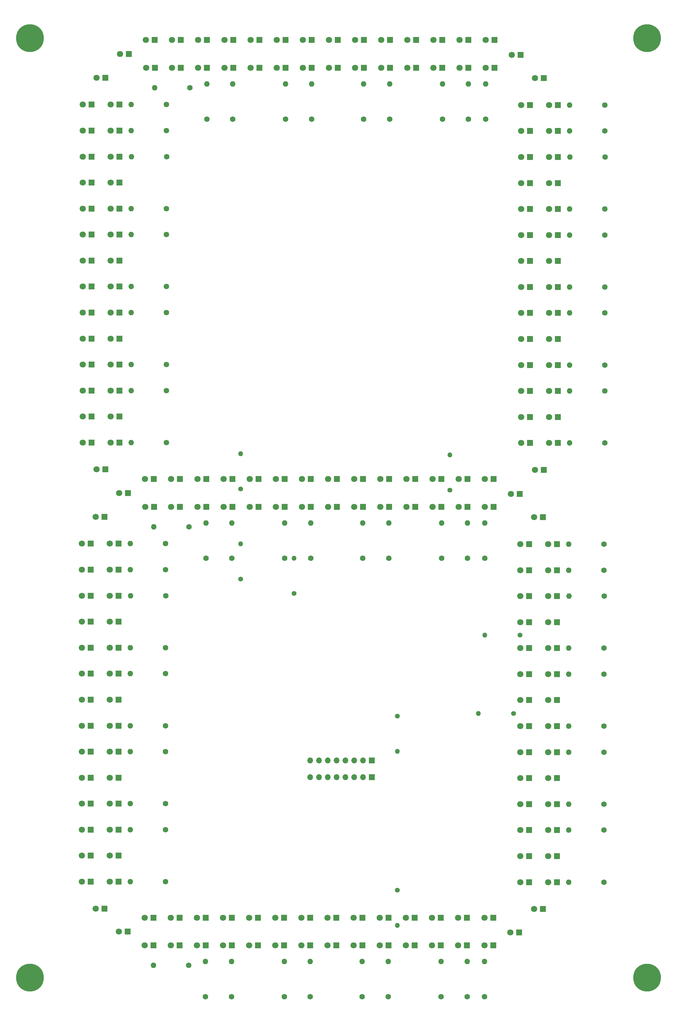
<source format=gbs>
%TF.GenerationSoftware,KiCad,Pcbnew,(6.0.6)*%
%TF.CreationDate,2022-10-07T01:41:05+08:00*%
%TF.ProjectId,7SegmentDisplay_DualLine_NoDriver_10Inches(2),37536567-6d65-46e7-9444-6973706c6179,rev?*%
%TF.SameCoordinates,Original*%
%TF.FileFunction,Soldermask,Bot*%
%TF.FilePolarity,Negative*%
%FSLAX46Y46*%
G04 Gerber Fmt 4.6, Leading zero omitted, Abs format (unit mm)*
G04 Created by KiCad (PCBNEW (6.0.6)) date 2022-10-07 01:41:05*
%MOMM*%
%LPD*%
G01*
G04 APERTURE LIST*
%ADD10R,1.800000X1.800000*%
%ADD11C,1.800000*%
%ADD12C,1.600000*%
%ADD13O,1.600000X1.600000*%
%ADD14R,1.700000X1.700000*%
%ADD15O,1.700000X1.700000*%
%ADD16C,1.400000*%
%ADD17O,1.400000X1.400000*%
%ADD18C,0.900000*%
%ADD19C,8.000000*%
G04 APERTURE END LIST*
D10*
%TO.C,REF\u002A\u002A*%
X372025000Y-193942574D03*
D11*
X369485000Y-193942574D03*
%TD*%
D10*
%TO.C,REF\u002A\u002A*%
X372160000Y-67420074D03*
D11*
X369620000Y-67420074D03*
%TD*%
D10*
%TO.C,REF\u002A\u002A*%
X458524960Y40999932D03*
D11*
X455984960Y40999932D03*
%TD*%
D10*
%TO.C,REF\u002A\u002A*%
X323775040Y-175545080D03*
D11*
X321235040Y-175545080D03*
%TD*%
D10*
%TO.C,REF\u002A\u002A*%
X432345000Y-193942574D03*
D11*
X429805000Y-193942574D03*
%TD*%
D10*
%TO.C,REF\u002A\u002A*%
X450524960Y-19000068D03*
D11*
X447984960Y-19000068D03*
%TD*%
D10*
%TO.C,REF\u002A\u002A*%
X327775040Y-183295080D03*
D11*
X325235040Y-183295080D03*
%TD*%
D10*
%TO.C,REF\u002A\u002A*%
X323775040Y-100545080D03*
D11*
X321235040Y-100545080D03*
%TD*%
D12*
%TO.C,REF\u002A\u002A*%
X345580000Y-48875074D03*
D13*
X335420000Y-48875074D03*
%TD*%
D10*
%TO.C,REF\u002A\u002A*%
X450275000Y-160670074D03*
D11*
X447735000Y-160670074D03*
%TD*%
D12*
%TO.C,REF\u002A\u002A*%
X352025000Y-199692574D03*
D13*
X341865000Y-199692574D03*
%TD*%
D10*
%TO.C,REF\u002A\u002A*%
X440269960Y59249932D03*
D11*
X437729960Y59249932D03*
%TD*%
D10*
%TO.C,REF\u002A\u002A*%
X324025000Y-26375074D03*
D11*
X321485000Y-26375074D03*
%TD*%
D12*
%TO.C,REF\u002A\u002A*%
X471830000Y-78170074D03*
D13*
X461670000Y-78170074D03*
%TD*%
D10*
%TO.C,REF\u002A\u002A*%
X447540000Y-63670074D03*
D11*
X445000000Y-63670074D03*
%TD*%
D10*
%TO.C,REF\u002A\u002A*%
X379949960Y67249932D03*
D11*
X377409960Y67249932D03*
%TD*%
D10*
%TO.C,REF\u002A\u002A*%
X424805000Y-193942574D03*
D11*
X422265000Y-193942574D03*
%TD*%
D10*
%TO.C,REF\u002A\u002A*%
X379700000Y-59420074D03*
D11*
X377160000Y-59420074D03*
%TD*%
D10*
%TO.C,REF\u002A\u002A*%
X424805000Y-185942574D03*
D11*
X422265000Y-185942574D03*
%TD*%
D10*
%TO.C,REF\u002A\u002A*%
X458524960Y33499932D03*
D11*
X455984960Y33499932D03*
%TD*%
D10*
%TO.C,REF\u002A\u002A*%
X331775040Y-85545080D03*
D11*
X329235040Y-85545080D03*
%TD*%
D10*
%TO.C,REF\u002A\u002A*%
X331775040Y-78045080D03*
D11*
X329235040Y-78045080D03*
%TD*%
D10*
%TO.C,REF\u002A\u002A*%
X458275000Y-138170074D03*
D11*
X455735000Y-138170074D03*
%TD*%
D10*
%TO.C,REF\u002A\u002A*%
X447789960Y62999932D03*
D11*
X445249960Y62999932D03*
%TD*%
D10*
%TO.C,REF\u002A\u002A*%
X424940000Y-59420074D03*
D11*
X422400000Y-59420074D03*
%TD*%
D10*
%TO.C,REF\u002A\u002A*%
X323775040Y-115545080D03*
D11*
X321235040Y-115545080D03*
%TD*%
D10*
%TO.C,REF\u002A\u002A*%
X332025000Y-48875074D03*
D11*
X329485000Y-48875074D03*
%TD*%
D10*
%TO.C,REF\u002A\u002A*%
X432345000Y-185942574D03*
D11*
X429805000Y-185942574D03*
%TD*%
D10*
%TO.C,REF\u002A\u002A*%
X425189960Y59249932D03*
D11*
X422649960Y59249932D03*
%TD*%
D10*
%TO.C,REF\u002A\u002A*%
X450524960Y-41500068D03*
D11*
X447984960Y-41500068D03*
%TD*%
D10*
%TO.C,REF\u002A\u002A*%
X417649960Y59249932D03*
D11*
X415109960Y59249932D03*
%TD*%
D14*
%TO.C,REF\u002A\u002A*%
X404840000Y-140600000D03*
D15*
X402300000Y-140600000D03*
X399760000Y-140600000D03*
X397220000Y-140600000D03*
X394680000Y-140600000D03*
X392140000Y-140600000D03*
X389600000Y-140600000D03*
X387060000Y-140600000D03*
%TD*%
D10*
%TO.C,REF\u002A\u002A*%
X458524960Y-4000068D03*
D11*
X455984960Y-4000068D03*
%TD*%
D10*
%TO.C,REF\u002A\u002A*%
X387240000Y-67420074D03*
D11*
X384700000Y-67420074D03*
%TD*%
D10*
%TO.C,REF\u002A\u002A*%
X439885000Y-185942574D03*
D11*
X437345000Y-185942574D03*
%TD*%
D12*
%TO.C,REF\u002A\u002A*%
X425000000Y-82250074D03*
D13*
X425000000Y-72090074D03*
%TD*%
D12*
%TO.C,REF\u002A\u002A*%
X472079960Y-26500068D03*
D13*
X461919960Y-26500068D03*
%TD*%
D10*
%TO.C,REF\u002A\u002A*%
X450524960Y-26500068D03*
D11*
X447984960Y-26500068D03*
%TD*%
D10*
%TO.C,REF\u002A\u002A*%
X454524960Y56249932D03*
D11*
X451984960Y56249932D03*
%TD*%
D10*
%TO.C,REF\u002A\u002A*%
X372409960Y67249932D03*
D11*
X369869960Y67249932D03*
%TD*%
D10*
%TO.C,REF\u002A\u002A*%
X331775040Y-145545080D03*
D11*
X329235040Y-145545080D03*
%TD*%
D16*
%TO.C,REF\u002A\u002A*%
X367000000Y-62230000D03*
D17*
X367000000Y-52070000D03*
%TD*%
D10*
%TO.C,REF\u002A\u002A*%
X323775040Y-160545080D03*
D11*
X321235040Y-160545080D03*
%TD*%
D10*
%TO.C,REF\u002A\u002A*%
X450524960Y48499932D03*
D11*
X447984960Y48499932D03*
%TD*%
D12*
%TO.C,REF\u002A\u002A*%
X345330040Y-78045080D03*
D13*
X335170040Y-78045080D03*
%TD*%
D12*
%TO.C,REF\u002A\u002A*%
X387115000Y-208772574D03*
D13*
X387115000Y-198612574D03*
%TD*%
D10*
%TO.C,REF\u002A\u002A*%
X331775040Y-123045080D03*
D11*
X329235040Y-123045080D03*
%TD*%
D10*
%TO.C,REF\u002A\u002A*%
X364869960Y67249932D03*
D11*
X362329960Y67249932D03*
%TD*%
D10*
%TO.C,REF\u002A\u002A*%
X394645000Y-193942574D03*
D11*
X392105000Y-193942574D03*
%TD*%
D10*
%TO.C,REF\u002A\u002A*%
X450524960Y-11500068D03*
D11*
X447984960Y-11500068D03*
%TD*%
D10*
%TO.C,REF\u002A\u002A*%
X332025000Y3624926D03*
D11*
X329485000Y3624926D03*
%TD*%
D12*
%TO.C,REF\u002A\u002A*%
X387499960Y44419932D03*
D13*
X387499960Y54579932D03*
%TD*%
D12*
%TO.C,REF\u002A\u002A*%
X345580000Y41124926D03*
D13*
X335420000Y41124926D03*
%TD*%
D12*
%TO.C,REF\u002A\u002A*%
X437365000Y-208772574D03*
D13*
X437365000Y-198612574D03*
%TD*%
D10*
%TO.C,REF\u002A\u002A*%
X458524960Y25999932D03*
D11*
X455984960Y25999932D03*
%TD*%
D16*
%TO.C,REF\u002A\u002A*%
X445800000Y-127000000D03*
D17*
X435640000Y-127000000D03*
%TD*%
D10*
%TO.C,REF\u002A\u002A*%
X432480000Y-59420074D03*
D11*
X429940000Y-59420074D03*
%TD*%
D10*
%TO.C,REF\u002A\u002A*%
X395029960Y67249932D03*
D11*
X392489960Y67249932D03*
%TD*%
D10*
%TO.C,REF\u002A\u002A*%
X417265000Y-193942574D03*
D11*
X414725000Y-193942574D03*
%TD*%
D12*
%TO.C,REF\u002A\u002A*%
X472079960Y48499932D03*
D13*
X461919960Y48499932D03*
%TD*%
D12*
%TO.C,REF\u002A\u002A*%
X345330040Y-108045080D03*
D13*
X335170040Y-108045080D03*
%TD*%
D10*
%TO.C,REF\u002A\u002A*%
X450524960Y3499932D03*
D11*
X447984960Y3499932D03*
%TD*%
D16*
%TO.C,REF\u002A\u002A*%
X412200000Y-127770000D03*
D17*
X412200000Y-137930000D03*
%TD*%
D16*
%TO.C,REF\u002A\u002A*%
X382400000Y-92430000D03*
D17*
X382400000Y-82270000D03*
%TD*%
D10*
%TO.C,REF\u002A\u002A*%
X450524960Y-34000068D03*
D11*
X447984960Y-34000068D03*
%TD*%
D10*
%TO.C,REF\u002A\u002A*%
X450275000Y-93170074D03*
D11*
X447735000Y-93170074D03*
%TD*%
D10*
%TO.C,REF\u002A\u002A*%
X394780000Y-67420074D03*
D11*
X392240000Y-67420074D03*
%TD*%
D10*
%TO.C,REF\u002A\u002A*%
X331775040Y-115545080D03*
D11*
X329235040Y-115545080D03*
%TD*%
D10*
%TO.C,REF\u002A\u002A*%
X324025000Y-3875074D03*
D11*
X321485000Y-3875074D03*
%TD*%
D10*
%TO.C,REF\u002A\u002A*%
X332025000Y-18875074D03*
D11*
X329485000Y-18875074D03*
%TD*%
D10*
%TO.C,REF\u002A\u002A*%
X332025000Y-41375074D03*
D11*
X329485000Y-41375074D03*
%TD*%
D10*
%TO.C,REF\u002A\u002A*%
X450275000Y-108170074D03*
D11*
X447735000Y-108170074D03*
%TD*%
D10*
%TO.C,REF\u002A\u002A*%
X458275000Y-175670074D03*
D11*
X455735000Y-175670074D03*
%TD*%
D10*
%TO.C,REF\u002A\u002A*%
X387105000Y-193942574D03*
D11*
X384565000Y-193942574D03*
%TD*%
D10*
%TO.C,REF\u002A\u002A*%
X387240000Y-59420074D03*
D11*
X384700000Y-59420074D03*
%TD*%
D10*
%TO.C,REF\u002A\u002A*%
X439885000Y-193942574D03*
D11*
X437345000Y-193942574D03*
%TD*%
D10*
%TO.C,REF\u002A\u002A*%
X458275000Y-93170074D03*
D11*
X455735000Y-93170074D03*
%TD*%
D10*
%TO.C,REF\u002A\u002A*%
X450524960Y25999932D03*
D11*
X447984960Y25999932D03*
%TD*%
D18*
%TO.C,REF\u002A\u002A*%
X484250000Y-206250074D03*
X487250000Y-203250074D03*
X482128680Y-205371394D03*
X481250000Y-203250074D03*
X482128680Y-201128754D03*
X484250000Y-200250074D03*
X486371320Y-201128754D03*
X486371320Y-205371394D03*
D19*
X484250000Y-203250074D03*
%TD*%
D18*
%TO.C,REF\u002A\u002A*%
X304128680Y69871246D03*
X304128680Y65628606D03*
D19*
X306250000Y67749926D03*
D18*
X306250000Y64749926D03*
X308371320Y65628606D03*
X309250000Y67749926D03*
X306250000Y70749926D03*
X303250000Y67749926D03*
X308371320Y69871246D03*
%TD*%
D10*
%TO.C,REF\u002A\u002A*%
X409725000Y-185942574D03*
D11*
X407185000Y-185942574D03*
%TD*%
D10*
%TO.C,REF\u002A\u002A*%
X410109960Y67249932D03*
D11*
X407569960Y67249932D03*
%TD*%
D10*
%TO.C,REF\u002A\u002A*%
X324025000Y41124926D03*
D11*
X321485000Y41124926D03*
%TD*%
D12*
%TO.C,REF\u002A\u002A*%
X472079960Y-34000068D03*
D13*
X461919960Y-34000068D03*
%TD*%
D10*
%TO.C,REF\u002A\u002A*%
X432480000Y-67420074D03*
D11*
X429940000Y-67420074D03*
%TD*%
D12*
%TO.C,REF\u002A\u002A*%
X472079960Y40999932D03*
D13*
X461919960Y40999932D03*
%TD*%
D10*
%TO.C,REF\u002A\u002A*%
X425189960Y67249932D03*
D11*
X422649960Y67249932D03*
%TD*%
D12*
%TO.C,REF\u002A\u002A*%
X472079960Y-4000068D03*
D13*
X461919960Y-4000068D03*
%TD*%
D10*
%TO.C,REF\u002A\u002A*%
X324025000Y3624926D03*
D11*
X321485000Y3624926D03*
%TD*%
D10*
%TO.C,REF\u002A\u002A*%
X324025000Y18624926D03*
D11*
X321485000Y18624926D03*
%TD*%
D10*
%TO.C,REF\u002A\u002A*%
X450275000Y-100670074D03*
D11*
X447735000Y-100670074D03*
%TD*%
D12*
%TO.C,REF\u002A\u002A*%
X364365000Y-208772574D03*
D13*
X364365000Y-198612574D03*
%TD*%
D12*
%TO.C,REF\u002A\u002A*%
X471830000Y-115670074D03*
D13*
X461670000Y-115670074D03*
%TD*%
D10*
%TO.C,REF\u002A\u002A*%
X341865000Y-185942574D03*
D11*
X339325000Y-185942574D03*
%TD*%
D10*
%TO.C,REF\u002A\u002A*%
X356945000Y-193942574D03*
D11*
X354405000Y-193942574D03*
%TD*%
D10*
%TO.C,REF\u002A\u002A*%
X379949960Y59249932D03*
D11*
X377409960Y59249932D03*
%TD*%
D10*
%TO.C,REF\u002A\u002A*%
X440020000Y-67420074D03*
D11*
X437480000Y-67420074D03*
%TD*%
D10*
%TO.C,REF\u002A\u002A*%
X458524960Y-34000068D03*
D11*
X455984960Y-34000068D03*
%TD*%
D10*
%TO.C,REF\u002A\u002A*%
X328025000Y56374926D03*
D11*
X325485000Y56374926D03*
%TD*%
D12*
%TO.C,REF\u002A\u002A*%
X471910000Y-93170074D03*
D13*
X461750000Y-93170074D03*
%TD*%
D10*
%TO.C,REF\u002A\u002A*%
X409860000Y-59420074D03*
D11*
X407320000Y-59420074D03*
%TD*%
D12*
%TO.C,REF\u002A\u002A*%
X472079960Y-11500068D03*
D13*
X461919960Y-11500068D03*
%TD*%
D10*
%TO.C,REF\u002A\u002A*%
X450275000Y-145670074D03*
D11*
X447735000Y-145670074D03*
%TD*%
D10*
%TO.C,REF\u002A\u002A*%
X440020000Y-59420074D03*
D11*
X437480000Y-59420074D03*
%TD*%
D10*
%TO.C,REF\u002A\u002A*%
X331775040Y-175545080D03*
D11*
X329235040Y-175545080D03*
%TD*%
D12*
%TO.C,REF\u002A\u002A*%
X471830000Y-108170074D03*
D13*
X461670000Y-108170074D03*
%TD*%
D12*
%TO.C,REF\u002A\u002A*%
X472079960Y18499932D03*
D13*
X461919960Y18499932D03*
%TD*%
D10*
%TO.C,REF\u002A\u002A*%
X450275000Y-123170074D03*
D11*
X447735000Y-123170074D03*
%TD*%
D10*
%TO.C,REF\u002A\u002A*%
X394645000Y-185942574D03*
D11*
X392105000Y-185942574D03*
%TD*%
D10*
%TO.C,REF\u002A\u002A*%
X332025000Y41124926D03*
D11*
X329485000Y41124926D03*
%TD*%
D12*
%TO.C,REF\u002A\u002A*%
X471830000Y-130670074D03*
D13*
X461670000Y-130670074D03*
%TD*%
D10*
%TO.C,REF\u002A\u002A*%
X458524960Y3499932D03*
D11*
X455984960Y3499932D03*
%TD*%
D10*
%TO.C,REF\u002A\u002A*%
X450275000Y-138170074D03*
D11*
X447735000Y-138170074D03*
%TD*%
D12*
%TO.C,REF\u002A\u002A*%
X409615000Y-208772574D03*
D13*
X409615000Y-198612574D03*
%TD*%
D10*
%TO.C,REF\u002A\u002A*%
X402569960Y67249932D03*
D11*
X400029960Y67249932D03*
%TD*%
D10*
%TO.C,REF\u002A\u002A*%
X458524960Y18499932D03*
D11*
X455984960Y18499932D03*
%TD*%
D10*
%TO.C,REF\u002A\u002A*%
X332025000Y26124926D03*
D11*
X329485000Y26124926D03*
%TD*%
D12*
%TO.C,REF\u002A\u002A*%
X379615000Y-208772574D03*
D13*
X379615000Y-198612574D03*
%TD*%
D10*
%TO.C,REF\u002A\u002A*%
X332025000Y11124926D03*
D11*
X329485000Y11124926D03*
%TD*%
D10*
%TO.C,REF\u002A\u002A*%
X332025000Y33624926D03*
D11*
X329485000Y33624926D03*
%TD*%
D10*
%TO.C,REF\u002A\u002A*%
X372409960Y59249932D03*
D11*
X369869960Y59249932D03*
%TD*%
D10*
%TO.C,REF\u002A\u002A*%
X458524960Y-26500068D03*
D11*
X455984960Y-26500068D03*
%TD*%
D10*
%TO.C,REF\u002A\u002A*%
X332025000Y-26375074D03*
D11*
X329485000Y-26375074D03*
%TD*%
D10*
%TO.C,REF\u002A\u002A*%
X379565000Y-185942574D03*
D11*
X377025000Y-185942574D03*
%TD*%
D14*
%TO.C,REF\u002A\u002A*%
X404875000Y-145400000D03*
D15*
X402335000Y-145400000D03*
X399795000Y-145400000D03*
X397255000Y-145400000D03*
X394715000Y-145400000D03*
X392175000Y-145400000D03*
X389635000Y-145400000D03*
X387095000Y-145400000D03*
%TD*%
D10*
%TO.C,REF\u002A\u002A*%
X323775040Y-123045080D03*
D11*
X321235040Y-123045080D03*
%TD*%
D12*
%TO.C,REF\u002A\u002A*%
X379750000Y-82250074D03*
D13*
X379750000Y-72090074D03*
%TD*%
D10*
%TO.C,REF\u002A\u002A*%
X372160000Y-59420074D03*
D11*
X369620000Y-59420074D03*
%TD*%
D12*
%TO.C,REF\u002A\u002A*%
X402250000Y-82250074D03*
D13*
X402250000Y-72090074D03*
%TD*%
D10*
%TO.C,REF\u002A\u002A*%
X424940000Y-67420074D03*
D11*
X422400000Y-67420074D03*
%TD*%
D10*
%TO.C,REF\u002A\u002A*%
X323775040Y-108045080D03*
D11*
X321235040Y-108045080D03*
%TD*%
D10*
%TO.C,REF\u002A\u002A*%
X454275000Y-70420074D03*
D11*
X451735000Y-70420074D03*
%TD*%
D10*
%TO.C,REF\u002A\u002A*%
X458524960Y-19000068D03*
D11*
X455984960Y-19000068D03*
%TD*%
D10*
%TO.C,REF\u002A\u002A*%
X402185000Y-185942574D03*
D11*
X399645000Y-185942574D03*
%TD*%
D10*
%TO.C,REF\u002A\u002A*%
X395029960Y59249932D03*
D11*
X392489960Y59249932D03*
%TD*%
D10*
%TO.C,REF\u002A\u002A*%
X332025000Y48624926D03*
D11*
X329485000Y48624926D03*
%TD*%
D10*
%TO.C,REF\u002A\u002A*%
X402185000Y-193942574D03*
D11*
X399645000Y-193942574D03*
%TD*%
D12*
%TO.C,REF\u002A\u002A*%
X437500000Y-82250074D03*
D13*
X437500000Y-72090074D03*
%TD*%
D10*
%TO.C,REF\u002A\u002A*%
X458524960Y48499932D03*
D11*
X455984960Y48499932D03*
%TD*%
D10*
%TO.C,REF\u002A\u002A*%
X324025000Y26124926D03*
D11*
X321485000Y26124926D03*
%TD*%
D10*
%TO.C,REF\u002A\u002A*%
X356945000Y-185942574D03*
D11*
X354405000Y-185942574D03*
%TD*%
D12*
%TO.C,REF\u002A\u002A*%
X345580000Y-11375074D03*
D13*
X335420000Y-11375074D03*
%TD*%
D10*
%TO.C,REF\u002A\u002A*%
X458275000Y-108170074D03*
D11*
X455735000Y-108170074D03*
%TD*%
D12*
%TO.C,REF\u002A\u002A*%
X345580000Y18624926D03*
D13*
X335420000Y18624926D03*
%TD*%
D10*
%TO.C,REF\u002A\u002A*%
X334525000Y-63420074D03*
D11*
X331985000Y-63420074D03*
%TD*%
D10*
%TO.C,REF\u002A\u002A*%
X409860000Y-67420074D03*
D11*
X407320000Y-67420074D03*
%TD*%
D10*
%TO.C,REF\u002A\u002A*%
X458275000Y-160670074D03*
D11*
X455735000Y-160670074D03*
%TD*%
D12*
%TO.C,REF\u002A\u002A*%
X471830000Y-153170074D03*
D13*
X461670000Y-153170074D03*
%TD*%
D18*
%TO.C,REF\u002A\u002A*%
X304128680Y-201128754D03*
D19*
X306250000Y-203250074D03*
D18*
X308371320Y-205371394D03*
X309250000Y-203250074D03*
X304128680Y-205371394D03*
X306250000Y-200250074D03*
X306250000Y-206250074D03*
X308371320Y-201128754D03*
X303250000Y-203250074D03*
%TD*%
D10*
%TO.C,REF\u002A\u002A*%
X432729960Y59249932D03*
D11*
X430189960Y59249932D03*
%TD*%
D12*
%TO.C,REF\u002A\u002A*%
X345410040Y-93045080D03*
D13*
X335250040Y-93045080D03*
%TD*%
D10*
%TO.C,REF\u002A\u002A*%
X402320000Y-67420074D03*
D11*
X399780000Y-67420074D03*
%TD*%
D10*
%TO.C,REF\u002A\u002A*%
X458275000Y-78170074D03*
D11*
X455735000Y-78170074D03*
%TD*%
D10*
%TO.C,REF\u002A\u002A*%
X357329960Y59249932D03*
D11*
X354789960Y59249932D03*
%TD*%
D10*
%TO.C,REF\u002A\u002A*%
X342249960Y67249932D03*
D11*
X339709960Y67249932D03*
%TD*%
D16*
%TO.C,REF\u002A\u002A*%
X447600000Y-104400000D03*
D17*
X437440000Y-104400000D03*
%TD*%
D10*
%TO.C,REF\u002A\u002A*%
X458275000Y-168170074D03*
D11*
X455735000Y-168170074D03*
%TD*%
D10*
%TO.C,REF\u002A\u002A*%
X458275000Y-130670074D03*
D11*
X455735000Y-130670074D03*
%TD*%
D10*
%TO.C,REF\u002A\u002A*%
X349405000Y-185942574D03*
D11*
X346865000Y-185942574D03*
%TD*%
D12*
%TO.C,REF\u002A\u002A*%
X402115000Y-208772574D03*
D13*
X402115000Y-198612574D03*
%TD*%
D12*
%TO.C,REF\u002A\u002A*%
X345330040Y-115545080D03*
D13*
X335170040Y-115545080D03*
%TD*%
D10*
%TO.C,REF\u002A\u002A*%
X417649960Y67249932D03*
D11*
X415109960Y67249932D03*
%TD*%
D10*
%TO.C,REF\u002A\u002A*%
X387105000Y-185942574D03*
D11*
X384565000Y-185942574D03*
%TD*%
D10*
%TO.C,REF\u002A\u002A*%
X331775040Y-160545080D03*
D11*
X329235040Y-160545080D03*
%TD*%
D10*
%TO.C,REF\u002A\u002A*%
X458524960Y-49000068D03*
D11*
X455984960Y-49000068D03*
%TD*%
D16*
%TO.C,REF\u002A\u002A*%
X427400000Y-62600000D03*
D17*
X427400000Y-52440000D03*
%TD*%
D12*
%TO.C,REF\u002A\u002A*%
X345330040Y-175545080D03*
D13*
X335170040Y-175545080D03*
%TD*%
D10*
%TO.C,REF\u002A\u002A*%
X332025000Y-3875074D03*
D11*
X329485000Y-3875074D03*
%TD*%
D10*
%TO.C,REF\u002A\u002A*%
X323775040Y-153045080D03*
D11*
X321235040Y-153045080D03*
%TD*%
D10*
%TO.C,REF\u002A\u002A*%
X387489960Y67249932D03*
D11*
X384949960Y67249932D03*
%TD*%
D10*
%TO.C,REF\u002A\u002A*%
X323775040Y-168045080D03*
D11*
X321235040Y-168045080D03*
%TD*%
D10*
%TO.C,REF\u002A\u002A*%
X364620000Y-59420074D03*
D11*
X362080000Y-59420074D03*
%TD*%
D12*
%TO.C,REF\u002A\u002A*%
X345580000Y-3875074D03*
D13*
X335420000Y-3875074D03*
%TD*%
D16*
%TO.C,REF\u002A\u002A*%
X367000000Y-88230000D03*
D17*
X367000000Y-78070000D03*
%TD*%
D10*
%TO.C,REF\u002A\u002A*%
X331775040Y-168045080D03*
D11*
X329235040Y-168045080D03*
%TD*%
D10*
%TO.C,REF\u002A\u002A*%
X450524960Y-4000068D03*
D11*
X447984960Y-4000068D03*
%TD*%
D10*
%TO.C,REF\u002A\u002A*%
X432729960Y67249932D03*
D11*
X430189960Y67249932D03*
%TD*%
D10*
%TO.C,REF\u002A\u002A*%
X324025000Y33624926D03*
D11*
X321485000Y33624926D03*
%TD*%
D12*
%TO.C,REF\u002A\u002A*%
X345580000Y-33875074D03*
D13*
X335420000Y-33875074D03*
%TD*%
D12*
%TO.C,REF\u002A\u002A*%
X432365000Y-208772574D03*
D13*
X432365000Y-198612574D03*
%TD*%
D10*
%TO.C,REF\u002A\u002A*%
X323775040Y-85545080D03*
D11*
X321235040Y-85545080D03*
%TD*%
D10*
%TO.C,REF\u002A\u002A*%
X450275000Y-168170074D03*
D11*
X447735000Y-168170074D03*
%TD*%
D12*
%TO.C,REF\u002A\u002A*%
X352409960Y53499932D03*
D13*
X342249960Y53499932D03*
%TD*%
D12*
%TO.C,REF\u002A\u002A*%
X345330040Y-160545080D03*
D13*
X335170040Y-160545080D03*
%TD*%
D12*
%TO.C,REF\u002A\u002A*%
X345580000Y11124926D03*
D13*
X335420000Y11124926D03*
%TD*%
D10*
%TO.C,REF\u002A\u002A*%
X331775040Y-153045080D03*
D11*
X329235040Y-153045080D03*
%TD*%
D10*
%TO.C,REF\u002A\u002A*%
X447405000Y-190192574D03*
D11*
X444865000Y-190192574D03*
%TD*%
D10*
%TO.C,REF\u002A\u002A*%
X323775040Y-93045080D03*
D11*
X321235040Y-93045080D03*
%TD*%
D10*
%TO.C,REF\u002A\u002A*%
X349789960Y67249932D03*
D11*
X347249960Y67249932D03*
%TD*%
D10*
%TO.C,REF\u002A\u002A*%
X417400000Y-59420074D03*
D11*
X414860000Y-59420074D03*
%TD*%
D10*
%TO.C,REF\u002A\u002A*%
X450524960Y33499932D03*
D11*
X447984960Y33499932D03*
%TD*%
D12*
%TO.C,REF\u002A\u002A*%
X437749960Y44419932D03*
D13*
X437749960Y54579932D03*
%TD*%
D10*
%TO.C,REF\u002A\u002A*%
X324025000Y48624926D03*
D11*
X321485000Y48624926D03*
%TD*%
D10*
%TO.C,REF\u002A\u002A*%
X379565000Y-193942574D03*
D11*
X377025000Y-193942574D03*
%TD*%
D10*
%TO.C,REF\u002A\u002A*%
X450524960Y10999932D03*
D11*
X447984960Y10999932D03*
%TD*%
D10*
%TO.C,REF\u002A\u002A*%
X458275000Y-123170074D03*
D11*
X455735000Y-123170074D03*
%TD*%
D12*
%TO.C,REF\u002A\u002A*%
X345580000Y48624926D03*
D13*
X335420000Y48624926D03*
%TD*%
D10*
%TO.C,REF\u002A\u002A*%
X417265000Y-185942574D03*
D11*
X414725000Y-185942574D03*
%TD*%
D12*
%TO.C,REF\u002A\u002A*%
X472159960Y33499932D03*
D13*
X461999960Y33499932D03*
%TD*%
D12*
%TO.C,REF\u002A\u002A*%
X357000000Y-82250074D03*
D13*
X357000000Y-72090074D03*
%TD*%
D10*
%TO.C,REF\u002A\u002A*%
X458524960Y-11500068D03*
D11*
X455984960Y-11500068D03*
%TD*%
D10*
%TO.C,REF\u002A\u002A*%
X324025000Y11124926D03*
D11*
X321485000Y11124926D03*
%TD*%
D10*
%TO.C,REF\u002A\u002A*%
X357080000Y-67420074D03*
D11*
X354540000Y-67420074D03*
%TD*%
D10*
%TO.C,REF\u002A\u002A*%
X450275000Y-175670074D03*
D11*
X447735000Y-175670074D03*
%TD*%
D10*
%TO.C,REF\u002A\u002A*%
X323775040Y-138045080D03*
D11*
X321235040Y-138045080D03*
%TD*%
D10*
%TO.C,REF\u002A\u002A*%
X357329960Y67249932D03*
D11*
X354789960Y67249932D03*
%TD*%
D10*
%TO.C,REF\u002A\u002A*%
X458275000Y-153170074D03*
D11*
X455735000Y-153170074D03*
%TD*%
D10*
%TO.C,REF\u002A\u002A*%
X349405000Y-193942574D03*
D11*
X346865000Y-193942574D03*
%TD*%
D12*
%TO.C,REF\u002A\u002A*%
X471830000Y-160670074D03*
D13*
X461670000Y-160670074D03*
%TD*%
D10*
%TO.C,REF\u002A\u002A*%
X450275000Y-115670074D03*
D11*
X447735000Y-115670074D03*
%TD*%
D10*
%TO.C,REF\u002A\u002A*%
X332025000Y-11375074D03*
D11*
X329485000Y-11375074D03*
%TD*%
D10*
%TO.C,REF\u002A\u002A*%
X331775040Y-108045080D03*
D11*
X329235040Y-108045080D03*
%TD*%
D10*
%TO.C,REF\u002A\u002A*%
X349789960Y59249932D03*
D11*
X347249960Y59249932D03*
%TD*%
D10*
%TO.C,REF\u002A\u002A*%
X324025000Y-48875074D03*
D11*
X321485000Y-48875074D03*
%TD*%
D10*
%TO.C,REF\u002A\u002A*%
X327775040Y-70295080D03*
D11*
X325235040Y-70295080D03*
%TD*%
D10*
%TO.C,REF\u002A\u002A*%
X349540000Y-67420074D03*
D11*
X347000000Y-67420074D03*
%TD*%
D12*
%TO.C,REF\u002A\u002A*%
X471830000Y-175670074D03*
D13*
X461670000Y-175670074D03*
%TD*%
D12*
%TO.C,REF\u002A\u002A*%
X364749960Y44419932D03*
D13*
X364749960Y54579932D03*
%TD*%
D10*
%TO.C,REF\u002A\u002A*%
X341890000Y-193942574D03*
D11*
X339350000Y-193942574D03*
%TD*%
D10*
%TO.C,REF\u002A\u002A*%
X450524960Y-49000068D03*
D11*
X447984960Y-49000068D03*
%TD*%
D10*
%TO.C,REF\u002A\u002A*%
X454275000Y-183420074D03*
D11*
X451735000Y-183420074D03*
%TD*%
D10*
%TO.C,REF\u002A\u002A*%
X440269960Y67249932D03*
D11*
X437729960Y67249932D03*
%TD*%
D12*
%TO.C,REF\u002A\u002A*%
X345330040Y-153045080D03*
D13*
X335170040Y-153045080D03*
%TD*%
D10*
%TO.C,REF\u002A\u002A*%
X328025000Y-56625074D03*
D11*
X325485000Y-56625074D03*
%TD*%
D10*
%TO.C,REF\u002A\u002A*%
X458524960Y10999932D03*
D11*
X455984960Y10999932D03*
%TD*%
D10*
%TO.C,REF\u002A\u002A*%
X334774960Y63249932D03*
D11*
X332234960Y63249932D03*
%TD*%
D10*
%TO.C,REF\u002A\u002A*%
X364869960Y59249932D03*
D11*
X362329960Y59249932D03*
%TD*%
D10*
%TO.C,REF\u002A\u002A*%
X458275000Y-145670074D03*
D11*
X455735000Y-145670074D03*
%TD*%
D10*
%TO.C,REF\u002A\u002A*%
X409725000Y-193942574D03*
D11*
X407185000Y-193942574D03*
%TD*%
D10*
%TO.C,REF\u002A\u002A*%
X323775040Y-78045080D03*
D11*
X321235040Y-78045080D03*
%TD*%
D12*
%TO.C,REF\u002A\u002A*%
X345580000Y-26375074D03*
D13*
X335420000Y-26375074D03*
%TD*%
D10*
%TO.C,REF\u002A\u002A*%
X324025000Y-18875074D03*
D11*
X321485000Y-18875074D03*
%TD*%
D12*
%TO.C,REF\u002A\u002A*%
X425249960Y44419932D03*
D13*
X425249960Y54579932D03*
%TD*%
D10*
%TO.C,REF\u002A\u002A*%
X324025000Y-33875074D03*
D11*
X321485000Y-33875074D03*
%TD*%
D10*
%TO.C,REF\u002A\u002A*%
X342274960Y59249932D03*
D11*
X339734960Y59249932D03*
%TD*%
D12*
%TO.C,REF\u002A\u002A*%
X345330040Y-138045080D03*
D13*
X335170040Y-138045080D03*
%TD*%
D10*
%TO.C,REF\u002A\u002A*%
X334390000Y-189942574D03*
D11*
X331850000Y-189942574D03*
%TD*%
D10*
%TO.C,REF\u002A\u002A*%
X342000000Y-59420074D03*
D11*
X339460000Y-59420074D03*
%TD*%
D12*
%TO.C,REF\u002A\u002A*%
X432749960Y44419932D03*
D13*
X432749960Y54579932D03*
%TD*%
D12*
%TO.C,REF\u002A\u002A*%
X402499960Y44419932D03*
D13*
X402499960Y54579932D03*
%TD*%
D12*
%TO.C,REF\u002A\u002A*%
X471830000Y-85670074D03*
D13*
X461670000Y-85670074D03*
%TD*%
D12*
%TO.C,REF\u002A\u002A*%
X352160000Y-73170074D03*
D13*
X342000000Y-73170074D03*
%TD*%
D10*
%TO.C,REF\u002A\u002A*%
X364485000Y-185942574D03*
D11*
X361945000Y-185942574D03*
%TD*%
D12*
%TO.C,REF\u002A\u002A*%
X409750000Y-82250074D03*
D13*
X409750000Y-72090074D03*
%TD*%
D12*
%TO.C,REF\u002A\u002A*%
X432500000Y-82250074D03*
D13*
X432500000Y-72090074D03*
%TD*%
D10*
%TO.C,REF\u002A\u002A*%
X323775040Y-145545080D03*
D11*
X321235040Y-145545080D03*
%TD*%
D12*
%TO.C,REF\u002A\u002A*%
X472079960Y10999932D03*
D13*
X461919960Y10999932D03*
%TD*%
D10*
%TO.C,REF\u002A\u002A*%
X364620000Y-67420074D03*
D11*
X362080000Y-67420074D03*
%TD*%
D10*
%TO.C,REF\u002A\u002A*%
X450275000Y-130670074D03*
D11*
X447735000Y-130670074D03*
%TD*%
D10*
%TO.C,REF\u002A\u002A*%
X454524960Y-56750068D03*
D11*
X451984960Y-56750068D03*
%TD*%
D12*
%TO.C,REF\u002A\u002A*%
X424865000Y-208772574D03*
D13*
X424865000Y-198612574D03*
%TD*%
D10*
%TO.C,REF\u002A\u002A*%
X331775040Y-138045080D03*
D11*
X329235040Y-138045080D03*
%TD*%
D12*
%TO.C,REF\u002A\u002A*%
X472079960Y-49000068D03*
D13*
X461919960Y-49000068D03*
%TD*%
D10*
%TO.C,REF\u002A\u002A*%
X372025000Y-185942574D03*
D11*
X369485000Y-185942574D03*
%TD*%
D12*
%TO.C,REF\u002A\u002A*%
X345330040Y-130545080D03*
D13*
X335170040Y-130545080D03*
%TD*%
D12*
%TO.C,REF\u002A\u002A*%
X364500000Y-82250074D03*
D13*
X364500000Y-72090074D03*
%TD*%
D10*
%TO.C,REF\u002A\u002A*%
X417400000Y-67420074D03*
D11*
X414860000Y-67420074D03*
%TD*%
D10*
%TO.C,REF\u002A\u002A*%
X324025000Y-41375074D03*
D11*
X321485000Y-41375074D03*
%TD*%
D12*
%TO.C,REF\u002A\u002A*%
X345330040Y-85545080D03*
D13*
X335170040Y-85545080D03*
%TD*%
D10*
%TO.C,REF\u002A\u002A*%
X364485000Y-193942574D03*
D11*
X361945000Y-193942574D03*
%TD*%
D10*
%TO.C,REF\u002A\u002A*%
X331775040Y-100545080D03*
D11*
X329235040Y-100545080D03*
%TD*%
D19*
%TO.C,*%
X484250000Y67749926D03*
%TD*%
D10*
%TO.C,REF\u002A\u002A*%
X450275000Y-153170074D03*
D11*
X447735000Y-153170074D03*
%TD*%
D12*
%TO.C,REF\u002A\u002A*%
X471830000Y-138170074D03*
D13*
X461670000Y-138170074D03*
%TD*%
D12*
%TO.C,REF\u002A\u002A*%
X379999960Y44419932D03*
D13*
X379999960Y54579932D03*
%TD*%
D10*
%TO.C,REF\u002A\u002A*%
X331775040Y-130545080D03*
D11*
X329235040Y-130545080D03*
%TD*%
D12*
%TO.C,REF\u002A\u002A*%
X409999960Y44419932D03*
D13*
X409999960Y54579932D03*
%TD*%
D10*
%TO.C,REF\u002A\u002A*%
X450275000Y-78170074D03*
D11*
X447735000Y-78170074D03*
%TD*%
D10*
%TO.C,REF\u002A\u002A*%
X387489960Y59249932D03*
D11*
X384949960Y59249932D03*
%TD*%
D10*
%TO.C,REF\u002A\u002A*%
X331775040Y-93045080D03*
D11*
X329235040Y-93045080D03*
%TD*%
D12*
%TO.C,REF\u002A\u002A*%
X387250000Y-82250074D03*
D13*
X387250000Y-72090074D03*
%TD*%
D10*
%TO.C,REF\u002A\u002A*%
X332025000Y-33875074D03*
D11*
X329485000Y-33875074D03*
%TD*%
D12*
%TO.C,REF\u002A\u002A*%
X357249960Y44419932D03*
D13*
X357249960Y54579932D03*
%TD*%
D10*
%TO.C,REF\u002A\u002A*%
X332025000Y18624926D03*
D11*
X329485000Y18624926D03*
%TD*%
D10*
%TO.C,REF\u002A\u002A*%
X450524960Y18499932D03*
D11*
X447984960Y18499932D03*
%TD*%
D12*
%TO.C,REF\u002A\u002A*%
X345660000Y33624926D03*
D13*
X335500000Y33624926D03*
%TD*%
D10*
%TO.C,REF\u002A\u002A*%
X342025000Y-67420074D03*
D11*
X339485000Y-67420074D03*
%TD*%
D10*
%TO.C,REF\u002A\u002A*%
X458275000Y-115670074D03*
D11*
X455735000Y-115670074D03*
%TD*%
D12*
%TO.C,REF\u002A\u002A*%
X356865000Y-208772574D03*
D13*
X356865000Y-198612574D03*
%TD*%
D10*
%TO.C,REF\u002A\u002A*%
X357080000Y-59420074D03*
D11*
X354540000Y-59420074D03*
%TD*%
D10*
%TO.C,REF\u002A\u002A*%
X450275000Y-85670074D03*
D11*
X447735000Y-85670074D03*
%TD*%
D10*
%TO.C,REF\u002A\u002A*%
X458524960Y-41500068D03*
D11*
X455984960Y-41500068D03*
%TD*%
D10*
%TO.C,REF\u002A\u002A*%
X349540000Y-59420074D03*
D11*
X347000000Y-59420074D03*
%TD*%
D10*
%TO.C,REF\u002A\u002A*%
X324025000Y-11375074D03*
D11*
X321485000Y-11375074D03*
%TD*%
D10*
%TO.C,REF\u002A\u002A*%
X402569960Y59249932D03*
D11*
X400029960Y59249932D03*
%TD*%
D10*
%TO.C,REF\u002A\u002A*%
X402320000Y-59420074D03*
D11*
X399780000Y-59420074D03*
%TD*%
D10*
%TO.C,REF\u002A\u002A*%
X458275000Y-85670074D03*
D11*
X455735000Y-85670074D03*
%TD*%
D10*
%TO.C,REF\u002A\u002A*%
X394780000Y-59420074D03*
D11*
X392240000Y-59420074D03*
%TD*%
D10*
%TO.C,REF\u002A\u002A*%
X410109960Y59249932D03*
D11*
X407569960Y59249932D03*
%TD*%
D10*
%TO.C,REF\u002A\u002A*%
X379700000Y-67420074D03*
D11*
X377160000Y-67420074D03*
%TD*%
D10*
%TO.C,REF\u002A\u002A*%
X450524960Y40999932D03*
D11*
X447984960Y40999932D03*
%TD*%
D16*
%TO.C,REF\u002A\u002A*%
X412200000Y-177970000D03*
D17*
X412200000Y-188130000D03*
%TD*%
D10*
%TO.C,REF\u002A\u002A*%
X458275000Y-100670074D03*
D11*
X455735000Y-100670074D03*
%TD*%
D10*
%TO.C,REF\u002A\u002A*%
X323775040Y-130545080D03*
D11*
X321235040Y-130545080D03*
%TD*%
M02*

</source>
